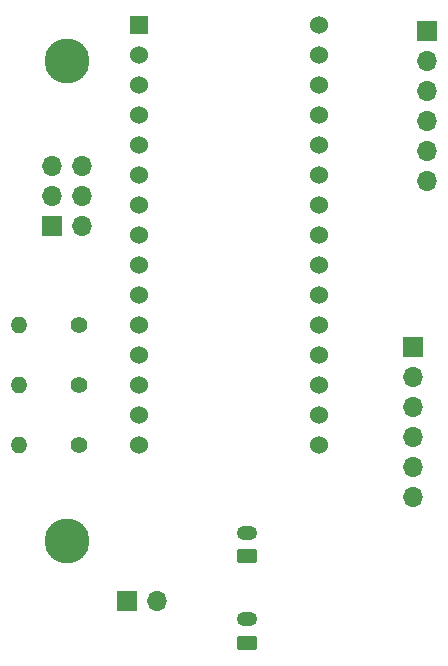
<source format=gbr>
%TF.GenerationSoftware,KiCad,Pcbnew,(6.0.6)*%
%TF.CreationDate,2022-07-20T09:39:35-07:00*%
%TF.ProjectId,ElectronicEggDrop,456c6563-7472-46f6-9e69-634567674472,rev?*%
%TF.SameCoordinates,Original*%
%TF.FileFunction,Copper,L2,Bot*%
%TF.FilePolarity,Positive*%
%FSLAX46Y46*%
G04 Gerber Fmt 4.6, Leading zero omitted, Abs format (unit mm)*
G04 Created by KiCad (PCBNEW (6.0.6)) date 2022-07-20 09:39:35*
%MOMM*%
%LPD*%
G01*
G04 APERTURE LIST*
G04 Aperture macros list*
%AMRoundRect*
0 Rectangle with rounded corners*
0 $1 Rounding radius*
0 $2 $3 $4 $5 $6 $7 $8 $9 X,Y pos of 4 corners*
0 Add a 4 corners polygon primitive as box body*
4,1,4,$2,$3,$4,$5,$6,$7,$8,$9,$2,$3,0*
0 Add four circle primitives for the rounded corners*
1,1,$1+$1,$2,$3*
1,1,$1+$1,$4,$5*
1,1,$1+$1,$6,$7*
1,1,$1+$1,$8,$9*
0 Add four rect primitives between the rounded corners*
20,1,$1+$1,$2,$3,$4,$5,0*
20,1,$1+$1,$4,$5,$6,$7,0*
20,1,$1+$1,$6,$7,$8,$9,0*
20,1,$1+$1,$8,$9,$2,$3,0*%
G04 Aperture macros list end*
%TA.AperFunction,ComponentPad*%
%ADD10R,1.524000X1.524000*%
%TD*%
%TA.AperFunction,ComponentPad*%
%ADD11C,1.524000*%
%TD*%
%TA.AperFunction,ComponentPad*%
%ADD12RoundRect,0.250000X0.625000X-0.350000X0.625000X0.350000X-0.625000X0.350000X-0.625000X-0.350000X0*%
%TD*%
%TA.AperFunction,ComponentPad*%
%ADD13O,1.750000X1.200000*%
%TD*%
%TA.AperFunction,ComponentPad*%
%ADD14C,1.400000*%
%TD*%
%TA.AperFunction,ComponentPad*%
%ADD15O,1.400000X1.400000*%
%TD*%
%TA.AperFunction,ComponentPad*%
%ADD16R,1.700000X1.700000*%
%TD*%
%TA.AperFunction,ComponentPad*%
%ADD17O,1.700000X1.700000*%
%TD*%
%TA.AperFunction,ComponentPad*%
%ADD18C,3.800000*%
%TD*%
G04 APERTURE END LIST*
D10*
%TO.P,Arduino Nano,1,D13/GPIO6*%
%TO.N,Net-(Arduino_Nano1-Pad1)*%
X122891023Y-85811217D03*
D11*
%TO.P,Arduino Nano,2,+3V3*%
%TO.N,Net-(Arduino_Nano1-Pad2)*%
X122891023Y-88351217D03*
%TO.P,Arduino Nano,3,AREF*%
%TO.N,unconnected-(Arduino_Nano1-Pad3)*%
X122891023Y-90891217D03*
%TO.P,Arduino Nano,4,A0/DAC0/GPIO26*%
%TO.N,unconnected-(Arduino_Nano1-Pad4)*%
X122891023Y-93431217D03*
%TO.P,Arduino Nano,5,A1/GPIO27*%
%TO.N,unconnected-(Arduino_Nano1-Pad5)*%
X122891023Y-95971217D03*
%TO.P,Arduino Nano,6,A2/GPIO28*%
%TO.N,unconnected-(Arduino_Nano1-Pad6)*%
X122891023Y-98511217D03*
%TO.P,Arduino Nano,7,A3/GPIO29*%
%TO.N,unconnected-(Arduino_Nano1-Pad7)*%
X122891023Y-101051217D03*
%TO.P,Arduino Nano,8,A4/GPIO12*%
%TO.N,unconnected-(Arduino_Nano1-Pad8)*%
X122891023Y-103591217D03*
%TO.P,Arduino Nano,9,A5/GPIO13*%
%TO.N,unconnected-(Arduino_Nano1-Pad9)*%
X122891023Y-106131217D03*
%TO.P,Arduino Nano,10,A6*%
%TO.N,unconnected-(Arduino_Nano1-Pad10)*%
X122891023Y-108671217D03*
%TO.P,Arduino Nano,11,A7*%
%TO.N,unconnected-(Arduino_Nano1-Pad11)*%
X122891023Y-111211217D03*
%TO.P,Arduino Nano,12,+5V*%
%TO.N,Net-(Arduino_Nano1-Pad12)*%
X122891023Y-113751217D03*
%TO.P,Arduino Nano,13,QSPI_~{RESET}*%
%TO.N,unconnected-(Arduino_Nano1-Pad13)*%
X122891023Y-116291217D03*
%TO.P,Arduino Nano,14,GND*%
%TO.N,GND*%
X122891023Y-118831217D03*
%TO.P,Arduino Nano,15,VIN*%
%TO.N,Net-(Arduino_Nano1-Pad15)*%
X122891023Y-121371217D03*
%TO.P,Arduino Nano,16,TX*%
%TO.N,unconnected-(Arduino_Nano1-Pad16)*%
X138131023Y-121371217D03*
%TO.P,Arduino Nano,17,RX*%
%TO.N,unconnected-(Arduino_Nano1-Pad17)*%
X138131023Y-118831217D03*
%TO.P,Arduino Nano,18,~{RESET}*%
%TO.N,unconnected-(Arduino_Nano1-Pad18)*%
X138131023Y-116291217D03*
%TO.P,Arduino Nano,19,GND*%
%TO.N,GND*%
X138131023Y-113751217D03*
%TO.P,Arduino Nano,20,D2/GPIO25*%
%TO.N,Net-(Arduino_Nano1-Pad20)*%
X138131023Y-111211217D03*
%TO.P,Arduino Nano,21,D3/GPIO15*%
%TO.N,Net-(Arduino_Nano1-Pad21)*%
X138131023Y-108671217D03*
%TO.P,Arduino Nano,22,D4/GPIO26*%
%TO.N,Net-(Arduino_Nano1-Pad22)*%
X138131023Y-106131217D03*
%TO.P,Arduino Nano,23,D5/GPIO17*%
%TO.N,Net-(Arduino_Nano1-Pad23)*%
X138131023Y-103591217D03*
%TO.P,Arduino Nano,24,D6/GPIO18*%
%TO.N,Net-(Arduino_Nano1-Pad24)*%
X138131023Y-101051217D03*
%TO.P,Arduino Nano,25,D7/GPIO19*%
%TO.N,Net-(Arduino_Nano1-Pad25)*%
X138131023Y-98511217D03*
%TO.P,Arduino Nano,26,D8/GPIO20*%
%TO.N,Net-(Arduino_Nano1-Pad26)*%
X138131023Y-95971217D03*
%TO.P,Arduino Nano,27,D9/GPIO21*%
%TO.N,unconnected-(Arduino_Nano1-Pad27)*%
X138131023Y-93431217D03*
%TO.P,Arduino Nano,28,D10/GPIO5*%
%TO.N,Net-(Arduino_Nano1-Pad28)*%
X138131023Y-90891217D03*
%TO.P,Arduino Nano,29,D11/GPIO7/COPI*%
%TO.N,Net-(Arduino_Nano1-Pad29)*%
X138131023Y-88351217D03*
%TO.P,Arduino Nano,30,D12/GPIO4/CIPO*%
%TO.N,Net-(Arduino_Nano1-Pad30)*%
X138131023Y-85811217D03*
%TD*%
D12*
%TO.P,+3.7v,1,Pin_1*%
%TO.N,Net-(Power_SW1-Pad2)*%
X132080000Y-138160000D03*
D13*
%TO.P,+3.7v,2,Pin_2*%
%TO.N,Net-(Power_Terminal1-Pad1)*%
X132080000Y-136160000D03*
%TD*%
D14*
%TO.P,R2,1*%
%TO.N,Net-(Arduino_Nano1-Pad25)*%
X117811023Y-116291217D03*
D15*
%TO.P,R2,2*%
%TO.N,Net-(Indicator_LEDs1-Pad3)*%
X112731023Y-116291217D03*
%TD*%
D16*
%TO.P,Indicator_LEDs1,1,RK*%
%TO.N,Net-(Indicator_LEDs1-Pad1)*%
X115570000Y-102870000D03*
D17*
%TO.P,Indicator_LEDs1,2,A*%
%TO.N,GND*%
X118110000Y-102870000D03*
%TO.P,Indicator_LEDs1,3,GK*%
%TO.N,Net-(Indicator_LEDs1-Pad3)*%
X115570000Y-100330000D03*
%TO.P,Indicator_LEDs1,4,BK*%
%TO.N,Net-(Indicator_LEDs1-Pad4)*%
X118110000Y-100330000D03*
%TO.P,Indicator_LEDs1,5*%
%TO.N,N/C*%
X115570000Y-97790000D03*
%TO.P,Indicator_LEDs1,6*%
X118110000Y-97790000D03*
%TD*%
D14*
%TO.P,R3,1*%
%TO.N,Net-(Arduino_Nano1-Pad26)*%
X117811023Y-121371217D03*
D15*
%TO.P,R3,2*%
%TO.N,Net-(Indicator_LEDs1-Pad4)*%
X112731023Y-121371217D03*
%TD*%
D18*
%TO.P,REF\u002A\u002A,1*%
%TO.N,N/C*%
X116840000Y-129540000D03*
%TD*%
D16*
%TO.P,Switch,1,A*%
%TO.N,Net-(Arduino_Nano1-Pad15)*%
X121920000Y-134620000D03*
D17*
%TO.P,Switch,2,B*%
%TO.N,Net-(Power_SW1-Pad2)*%
X124460000Y-134620000D03*
%TD*%
D14*
%TO.P,R1,1*%
%TO.N,Net-(Arduino_Nano1-Pad24)*%
X117811023Y-111211217D03*
D15*
%TO.P,R1,2*%
%TO.N,Net-(Indicator_LEDs1-Pad1)*%
X112731023Y-111211217D03*
%TD*%
D12*
%TO.P,+3.7V,1,Pin_1*%
%TO.N,Net-(Power_Terminal1-Pad1)*%
X132080000Y-130810000D03*
D13*
%TO.P,+3.7V,2,Pin_2*%
%TO.N,GND*%
X132080000Y-128810000D03*
%TD*%
D18*
%TO.P,REF\u002A\u002A,1*%
%TO.N,N/C*%
X116840000Y-88900000D03*
%TD*%
D16*
%TO.P,LIS3DH Connector,1,Pin_1*%
%TO.N,Net-(Arduino_Nano1-Pad12)*%
X146075000Y-113055000D03*
D17*
%TO.P,LIS3DH Connector,2,Pin_2*%
%TO.N,GND*%
X146075000Y-115595000D03*
%TO.P,LIS3DH Connector,3,Pin_3*%
%TO.N,Net-(Arduino_Nano1-Pad20)*%
X146075000Y-118135000D03*
%TO.P,LIS3DH Connector,4,Pin_4*%
%TO.N,Net-(Arduino_Nano1-Pad22)*%
X146075000Y-120675000D03*
%TO.P,LIS3DH Connector,5,Pin_5*%
%TO.N,Net-(Arduino_Nano1-Pad21)*%
X146075000Y-123215000D03*
%TO.P,LIS3DH Connector,6,Pin_6*%
%TO.N,Net-(Arduino_Nano1-Pad23)*%
X146075000Y-125755000D03*
%TD*%
D16*
%TO.P,SD Card Reader Connector,1,Pin_1*%
%TO.N,Net-(Arduino_Nano1-Pad2)*%
X147320000Y-86360000D03*
D17*
%TO.P,SD Card Reader Connector,2,Pin_2*%
%TO.N,GND*%
X147320000Y-88900000D03*
%TO.P,SD Card Reader Connector,3,Pin_3*%
%TO.N,Net-(Arduino_Nano1-Pad1)*%
X147320000Y-91440000D03*
%TO.P,SD Card Reader Connector,4,Pin_4*%
%TO.N,Net-(Arduino_Nano1-Pad30)*%
X147320000Y-93980000D03*
%TO.P,SD Card Reader Connector,5,Pin_5*%
%TO.N,Net-(Arduino_Nano1-Pad29)*%
X147320000Y-96520000D03*
%TO.P,SD Card Reader Connector,6,Pin_6*%
%TO.N,Net-(Arduino_Nano1-Pad28)*%
X147320000Y-99060000D03*
%TD*%
M02*

</source>
